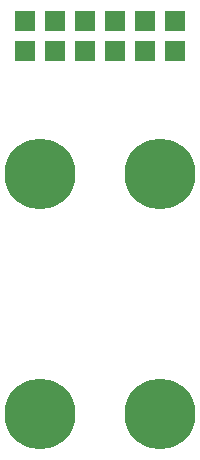
<source format=gbr>
G04 #@! TF.FileFunction,Soldermask,Top*
%FSLAX46Y46*%
G04 Gerber Fmt 4.6, Leading zero omitted, Abs format (unit mm)*
G04 Created by KiCad (PCBNEW 0.201503251001+5534~22~ubuntu14.04.1-product) date St 25. březen 2015, 23:39:12 CET*
%MOMM*%
G01*
G04 APERTURE LIST*
%ADD10C,0.100000*%
%ADD11R,1.651000X1.651000*%
%ADD12C,6.000000*%
G04 APERTURE END LIST*
D10*
D11*
X11430000Y35814000D03*
X3810000Y38354000D03*
X8890000Y38354000D03*
X3810000Y35814000D03*
X13970000Y38354000D03*
X11430000Y38354000D03*
X6350000Y38354000D03*
X13970000Y35814000D03*
X6350000Y35814000D03*
X8890000Y35814000D03*
X16510000Y35814000D03*
X16510000Y38354000D03*
D12*
X5080000Y5080000D03*
X15240000Y5080000D03*
X15240000Y25400000D03*
X5080000Y25400000D03*
M02*

</source>
